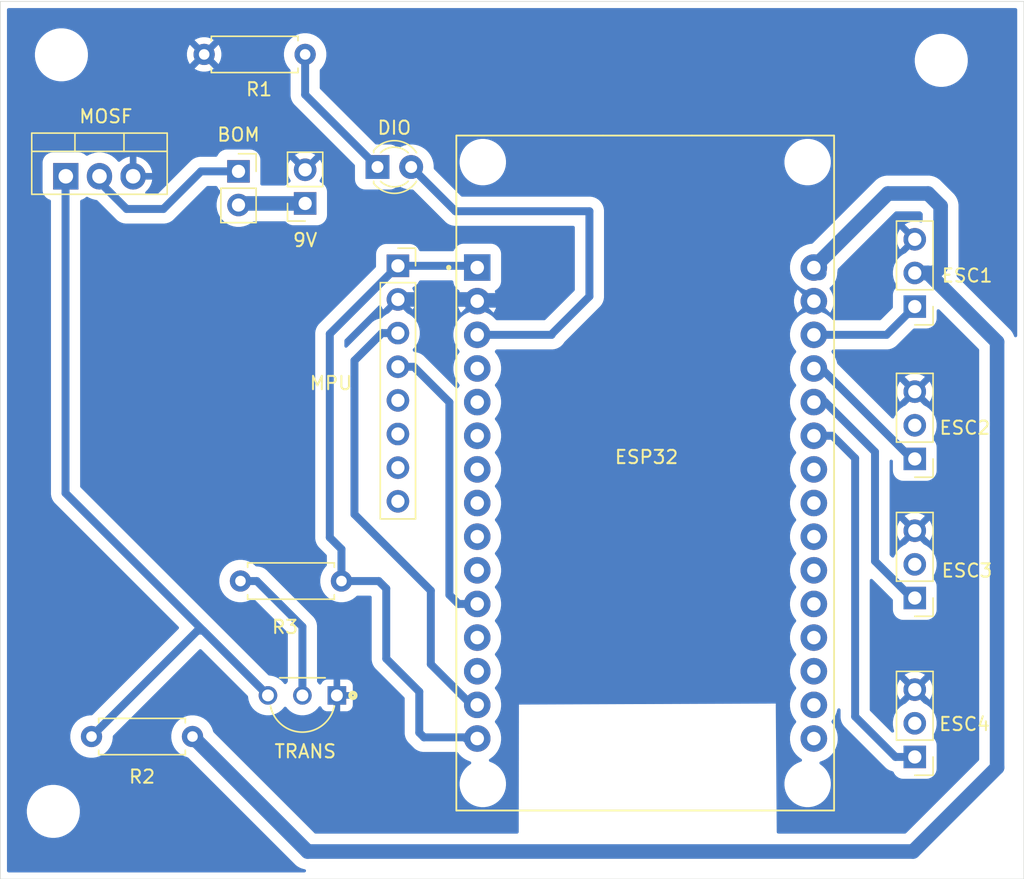
<source format=kicad_pcb>
(kicad_pcb (version 20241229) (generator "pcbnew") (generator_version "9.0")
  (layers (0 "F.Cu" signal) (2 "B.Cu" signal) (13 "F.Paste" user) (15 "B.Paste" user) (5 "F.SilkS" user "F.Silkscreen") (7 "B.SilkS" user "B.Silkscreen") (1 "F.Mask" user) (3 "B.Mask" user) (25 "Edge.Cuts" user))
  (net 0 "")
  (net 1 "Net-(D2-K)")
  (net 2 "Net-(D2-A)")
  (net 3 "Net-(J1-Pin_1)")
  (net 4 "GND")
  (net 5 "Net-(J3-Pin_1)")
  (net 7 "Net-(J4-Pin_1)")
  (net 9 "Net-(J5-Pin_1)")
  (net 12 "Net-(J6-Pin_4)")
  (net 14 "Net-(J6-Pin_3)")
  (net 15 "Net-(J6-Pin_1)")
  (net 18 "Net-(J7-Pin_1)")
  (net 19 "Net-(Q1-G)")
  (net 20 "+5V")
  (net 39 "Net-(Q3-Pad2)")
  (net 40 "+9V")
  (footprint "MountingHole:MountingHole_3.5mm" (layer "F.Cu") (at 158.5 52.95)
    (property "Reference" "REF**" (hide yes))
    (property "Value" "MountingHole_3.5mm" (hide yes))
    (pad "" np_thru_hole circle (at 0 0) (size 3.5 3.5) (drill 3.5) (layers "*.Cu" "*.Mask"))
  )
  (footprint "Connector_PinHeader_2.54mm:PinHeader_1x03_P2.54mm_Vertical" (layer "F.Cu") (at 156.5 93.54 180)
    (property "Reference" "ESC3" (at -3.94 2.07 180) (layer "F.SilkS"))
    (property "Value" "ESC 3")
    (fp_line (start 1.38 1.27) (end 1.38 6.46) (stroke (width 0.12)) (layer "F.SilkS"))
    (fp_line (start -1.38 6.46) (end 1.38 6.46) (stroke (width 0.12)) (layer "F.SilkS"))
    (fp_line (start -1.38 1.27) (end 1.38 1.27) (stroke (width 0.12)) (layer "F.SilkS"))
    (fp_line (start -1.38 1.27) (end -1.38 6.46) (stroke (width 0.12)) (layer "F.SilkS"))
    (fp_line (start -1.38 0) (end -1.38 -1.38) (stroke (width 0.12)) (layer "F.SilkS"))
    (fp_line (start -1.38 -1.38) (end 0 -1.38) (stroke (width 0.12)) (layer "F.SilkS"))
    (pad "1" thru_hole rect (at 0 0 180) (size 1.7 1.7) (drill 1) (layers "*.Cu" "*.Mask") (net 7 "Net-(J4-Pin_1)"))
    (pad "2" thru_hole circle (at 0 2.54 180) (size 1.7 1.7) (drill 1) (layers "*.Cu" "*.Mask"))
    (pad "3" thru_hole circle (at 0 5.08 180) (size 1.7 1.7) (drill 1) (layers "*.Cu" "*.Mask") (net 4 "GND"))
  )
  (footprint "Package_TO_SOT_THT:TO-220-3_Vertical" (layer "F.Cu") (at 92.44 61.7)
    (property "Reference" "MOSF" (at 3.02 -4.52 0) (layer "F.SilkS"))
    (property "Value" "IRLZ44N")
    (fp_line (start -2.57 -3.26) (end 7.65 -3.26) (stroke (width 0.12)) (layer "F.SilkS"))
    (fp_line (start -2.57 -1.88) (end 7.65 -1.88) (stroke (width 0.12)) (layer "F.SilkS"))
    (fp_line (start -2.57 1.36) (end -2.57 -3.26) (stroke (width 0.12)) (layer "F.SilkS"))
    (fp_line (start 0.69 -3.26) (end 0.69 -1.88) (stroke (width 0.12)) (layer "F.SilkS"))
    (fp_line (start 4.39 -3.26) (end 4.39 -1.88) (stroke (width 0.12)) (layer "F.SilkS"))
    (fp_line (start 7.65 -3.26) (end 7.65 1.36) (stroke (width 0.12)) (layer "F.SilkS"))
    (fp_line (start 7.65 1.36) (end -2.57 1.36) (stroke (width 0.12)) (layer "F.SilkS"))
    (pad "1" thru_hole rect (at 0 0) (size 1.905 2) (drill 1.1) (layers "*.Cu" "*.Mask") (net 19 "Net-(Q1-G)"))
    (pad "2" thru_hole oval (at 2.54 0) (size 1.905 2) (drill 1.1) (layers "*.Cu" "*.Mask") (net 18 "Net-(J7-Pin_1)"))
    (pad "3" thru_hole oval (at 5.08 0) (size 1.905 2) (drill 1.1) (layers "*.Cu" "*.Mask") (net 4 "GND"))
  )
  (footprint "Connector_PinHeader_2.54mm:PinHeader_1x03_P2.54mm_Vertical" (layer "F.Cu") (at 156.5 83.04 180)
    (property "Reference" "ESC2" (at -3.78 2.35 0) (layer "F.SilkS"))
    (property "Value" "ESC 2")
    (fp_line (start 1.38 1.27) (end 1.38 6.46) (stroke (width 0.12)) (layer "F.SilkS"))
    (fp_line (start -1.38 6.46) (end 1.38 6.46) (stroke (width 0.12)) (layer "F.SilkS"))
    (fp_line (start -1.38 1.27) (end 1.38 1.27) (stroke (width 0.12)) (layer "F.SilkS"))
    (fp_line (start -1.38 1.27) (end -1.38 6.46) (stroke (width 0.12)) (layer "F.SilkS"))
    (fp_line (start -1.38 0) (end -1.38 -1.38) (stroke (width 0.12)) (layer "F.SilkS"))
    (fp_line (start -1.38 -1.38) (end 0 -1.38) (stroke (width 0.12)) (layer "F.SilkS"))
    (pad "1" thru_hole rect (at 0 0 180) (size 1.7 1.7) (drill 1) (layers "*.Cu" "*.Mask") (net 5 "Net-(J3-Pin_1)"))
    (pad "2" thru_hole circle (at 0 2.54 180) (size 1.7 1.7) (drill 1) (layers "*.Cu" "*.Mask"))
    (pad "3" thru_hole circle (at 0 5.08 180) (size 1.7 1.7) (drill 1) (layers "*.Cu" "*.Mask") (net 4 "GND"))
  )
  (footprint "Resistor_THT:R_Axial_DIN0207_L6.3mm_D2.5mm_P7.62mm_Horizontal" (layer "F.Cu") (at 102 104 180)
    (property "Reference" "R2" (at 3.81 -3.03 0) (layer "F.SilkS"))
    (property "Value" "R_US")
    (fp_line (start 7.08 1.37) (end 7.08 1.04) (stroke (width 0.12)) (layer "F.SilkS"))
    (fp_line (start 7.08 -1.37) (end 7.08 -1.04) (stroke (width 0.12)) (layer "F.SilkS"))
    (fp_line (start 0.54 1.37) (end 7.08 1.37) (stroke (width 0.12)) (layer "F.SilkS"))
    (fp_line (start 0.54 1.04) (end 0.54 1.37) (stroke (width 0.12)) (layer "F.SilkS"))
    (fp_line (start 0.54 -1.04) (end 0.54 -1.37) (stroke (width 0.12)) (layer "F.SilkS"))
    (fp_line (start 0.54 -1.37) (end 7.08 -1.37) (stroke (width 0.12)) (layer "F.SilkS"))
    (pad "1" thru_hole circle (at 0 0 180) (size 1.6 1.6) (drill 0.8) (layers "*.Cu" "*.Mask") (net 20 "+5V"))
    (pad "2" thru_hole circle (at 7.62 0 180) (size 1.6 1.6) (drill 0.8) (layers "*.Cu" "*.Mask") (net 19 "Net-(Q1-G)"))
  )
  (footprint "Resistor_THT:R_Axial_DIN0207_L6.3mm_D2.5mm_P7.62mm_Horizontal" (layer "F.Cu") (at 102.88 52.5)
    (property "Reference" "R1" (at 4.14 2.64 0) (layer "F.SilkS"))
    (property "Value" "R_US")
    (fp_line (start 0.54 -1.37) (end 7.08 -1.37) (stroke (width 0.12)) (layer "F.SilkS"))
    (fp_line (start 0.54 -1.04) (end 0.54 -1.37) (stroke (width 0.12)) (layer "F.SilkS"))
    (fp_line (start 0.54 1.04) (end 0.54 1.37) (stroke (width 0.12)) (layer "F.SilkS"))
    (fp_line (start 0.54 1.37) (end 7.08 1.37) (stroke (width 0.12)) (layer "F.SilkS"))
    (fp_line (start 7.08 -1.37) (end 7.08 -1.04) (stroke (width 0.12)) (layer "F.SilkS"))
    (fp_line (start 7.08 1.37) (end 7.08 1.04) (stroke (width 0.12)) (layer "F.SilkS"))
    (pad "1" thru_hole circle (at 0 0) (size 1.6 1.6) (drill 0.8) (layers "*.Cu" "*.Mask") (net 4 "GND"))
    (pad "2" thru_hole circle (at 7.62 0) (size 1.6 1.6) (drill 0.8) (layers "*.Cu" "*.Mask") (net 1 "Net-(D2-K)"))
  )
  (footprint "LP395z:TO-92" (layer "F.Cu") (at 110.2945 100.8945 180)
    (property "Reference" "TRANS" (at -0.2175 -4.2255 0) (layer "F.SilkS") (effects (font (size 1.001126 1.001126))))
    (property "Value" "LP395Z_NOPB")
    (fp_line (start 1.715 1.33) (end -1.715 1.33) (stroke (width 0.127)) (layer "F.SilkS"))
    (fp_arc (start -2.4125 -0.8) (mid 0 -2.771095) (end 2.4125 -0.799999) (stroke (width 0.127)) (layer "F.SilkS"))
    (fp_circle (center -3.81 0) (end -3.76 0) (stroke (width 0.3)) (fill no) (layer "F.SilkS"))
    (pad "1" thru_hole rect (at -2.6 0 180) (size 1.4 1.4) (drill 0.9) (layers "*.Cu" "*.Mask") (net 4 "GND"))
    (pad "2" thru_hole circle (at 0 0 180) (size 1.4 1.4) (drill 0.9) (layers "*.Cu" "*.Mask") (net 39 "Net-(Q3-Pad2)"))
    (pad "3" thru_hole circle (at 2.6 0 180) (size 1.4 1.4) (drill 0.9) (layers "*.Cu" "*.Mask") (net 19 "Net-(Q1-G)"))
  )
  (footprint "ESP32-DEVKIT-V1:MODULE_ESP32_DEVKIT_V1" (layer "F.Cu") (at 136.185 84.105)
    (property "Reference" "ESP32" (at 0.075 -1.205 0) (layer "F.SilkS"))
    (property "Value" "ESP32-DEVKIT-V1")
    (fp_line (start -14.28 -25.475) (end -3.211 -25.475) (stroke (width 0.127)) (layer "F.SilkS"))
    (fp_line (start -14.28 -25.475) (end 14.23 -25.475) (stroke (width 0.127)) (layer "F.SilkS"))
    (fp_line (start -14.28 25.475) (end -14.28 -25.475) (stroke (width 0.127)) (layer "F.SilkS"))
    (fp_line (start -14.28 25.475) (end -14.28 -25.475) (stroke (width 0.127)) (layer "F.SilkS"))
    (fp_line (start -14.28 25.475) (end -8.91 25.475) (stroke (width 0.127)) (layer "F.SilkS"))
    (fp_line (start -8.91 25.475) (end 8.78 25.475) (stroke (width 0.127)) (layer "F.SilkS"))
    (fp_line (start -3.211 -25.475) (end 3.5 -25.475) (stroke (width 0.127)) (layer "F.SilkS"))
    (fp_line (start 3.5 -25.475) (end 14.23 -25.475) (stroke (width 0.127)) (layer "F.SilkS"))
    (fp_line (start 8.78 25.475) (end 14.23 25.475) (stroke (width 0.127)) (layer "F.SilkS"))
    (fp_line (start 14.23 -25.475) (end 14.23 25.475) (stroke (width 0.127)) (layer "F.SilkS"))
    (fp_line (start 14.23 -25.475) (end 14.23 25.475) (stroke (width 0.127)) (layer "F.SilkS"))
    (fp_line (start 14.23 25.475) (end -14.28 25.475) (stroke (width 0.127)) (layer "F.SilkS"))
    (fp_circle (center -14.85 -15.515) (end -14.75 -15.515) (stroke (width 0.2)) (fill no) (layer "F.SilkS"))
    (pad "" np_thru_hole circle (at -12.28 -23.475) (size 3 3) (drill 3) (layers "*.Cu" "*.Mask"))
    (pad "" np_thru_hole circle (at -12.28 23.475) (size 3 3) (drill 3) (layers "*.Cu" "*.Mask"))
    (pad "" np_thru_hole circle (at 12.23 -23.475) (size 3 3) (drill 3) (layers "*.Cu" "*.Mask"))
    (pad "" np_thru_hole circle (at 12.23 23.475) (size 3 3) (drill 3) (layers "*.Cu" "*.Mask"))
    (pad "1" thru_hole rect (at -12.7 -15.515) (size 2 2) (drill 1.02) (layers "*.Cu" "*.Mask") (net 15 "Net-(J6-Pin_1)"))
    (pad "2" thru_hole circle (at -12.7 -12.975) (size 2 2) (drill 1.02) (layers "*.Cu" "*.Mask") (net 4 "GND"))
    (pad "3" thru_hole circle (at -12.7 -10.435) (size 2 2) (drill 1.02) (layers "*.Cu" "*.Mask") (net 2 "Net-(D2-A)"))
    (pad "4" thru_hole circle (at -12.7 -7.895) (size 2 2) (drill 1.02) (layers "*.Cu" "*.Mask"))
    (pad "5" thru_hole circle (at -12.7 -5.355) (size 2 2) (drill 1.02) (layers "*.Cu" "*.Mask"))
    (pad "6" thru_hole circle (at -12.7 -2.815) (size 2 2) (drill 1.02) (layers "*.Cu" "*.Mask"))
    (pad "7" thru_hole circle (at -12.7 -0.275) (size 2 2) (drill 1.02) (layers "*.Cu" "*.Mask"))
    (pad "8" thru_hole circle (at -12.7 2.265) (size 2 2) (drill 1.02) (layers "*.Cu" "*.Mask"))
    (pad "9" thru_hole circle (at -12.7 4.805) (size 2 2) (drill 1.02) (layers "*.Cu" "*.Mask"))
    (pad "10" thru_hole circle (at -12.7 7.345) (size 2 2) (drill 1.02) (layers "*.Cu" "*.Mask"))
    (pad "11" thru_hole circle (at -12.7 9.885) (size 2 2) (drill 1.02) (layers "*.Cu" "*.Mask") (net 12 "Net-(J6-Pin_4)"))
    (pad "12" thru_hole circle (at -12.7 12.425) (size 2 2) (drill 1.02) (layers "*.Cu" "*.Mask"))
    (pad "13" thru_hole circle (at -12.7 14.965) (size 2 2) (drill 1.02) (layers "*.Cu" "*.Mask"))
    (pad "14" thru_hole circle (at -12.7 17.505) (size 2 2) (drill 1.02) (layers "*.Cu" "*.Mask") (net 14 "Net-(J6-Pin_3)"))
    (pad "15" thru_hole circle (at -12.7 20.045) (size 2 2) (drill 1.02) (layers "*.Cu" "*.Mask") (net 15 "Net-(J6-Pin_1)"))
    (pad "16" thru_hole circle (at 12.7 20.045) (size 2 2) (drill 1.02) (layers "*.Cu" "*.Mask"))
    (pad "17" thru_hole circle (at 12.7 17.505) (size 2 2) (drill 1.02) (layers "*.Cu" "*.Mask"))
    (pad "18" thru_hole circle (at 12.7 14.965) (size 2 2) (drill 1.02) (layers "*.Cu" "*.Mask"))
    (pad "19" thru_hole circle (at 12.7 12.425) (size 2 2) (drill 1.02) (layers "*.Cu" "*.Mask"))
    (pad "20" thru_hole circle (at 12.7 9.885) (size 2 2) (drill 1.02) (layers "*.Cu" "*.Mask"))
    (pad "21" thru_hole circle (at 12.7 7.345) (size 2 2) (drill 1.02) (layers "*.Cu" "*.Mask"))
    (pad "22" thru_hole circle (at 12.7 4.805) (size 2 2) (drill 1.02) (layers "*.Cu" "*.Mask"))
    (pad "23" thru_hole circle (at 12.7 2.265) (size 2 2) (drill 1.02) (layers "*.Cu" "*.Mask"))
    (pad "24" thru_hole circle (at 12.7 -0.275) (size 2 2) (drill 1.02) (layers "*.Cu" "*.Mask"))
    (pad "25" thru_hole circle (at 12.7 -2.815) (size 2 2) (drill 1.02) (layers "*.Cu" "*.Mask") (net 9 "Net-(J5-Pin_1)"))
    (pad "26" thru_hole circle (at 12.7 -5.355) (size 2 2) (drill 1.02) (layers "*.Cu" "*.Mask") (net 7 "Net-(J4-Pin_1)"))
    (pad "27" thru_hole circle (at 12.7 -7.895) (size 2 2) (drill 1.02) (layers "*.Cu" "*.Mask") (net 5 "Net-(J3-Pin_1)"))
    (pad "28" thru_hole circle (at 12.7 -10.435) (size 2 2) (drill 1.02) (layers "*.Cu" "*.Mask") (net 3 "Net-(J1-Pin_1)"))
    (pad "29" thru_hole circle (at 12.7 -12.975) (size 2 2) (drill 1.02) (layers "*.Cu" "*.Mask") (net 4 "GND"))
    (pad "30" thru_hole circle (at 12.7 -15.515) (size 2 2) (drill 1.02) (layers "*.Cu" "*.Mask") (net 20 "+5V"))
    (zone (net 0) (net_name "") (layer "B.Cu") (connect_pads (clearance 0)) (min_thickness 0.01)
      (keepout (tracks not_allowed) (vias not_allowed) (pads not_allowed) (copperpour not_allowed) (footprints allowed))
      (fill (thermal_gap 0.508) (thermal_bridge_width 0.508))
      (polygon (pts (xy 127.275 103.09) (xy 144.965 103.09) (xy 144.965 109.58) (xy 127.275 109.58)))
    )
  )
  (footprint "MountingHole:MountingHole_3.5mm" (layer "F.Cu") (at 92.11 52.53)
    (property "Reference" "REF**" (hide yes))
    (property "Value" "MountingHole_3.5mm" (hide yes))
    (pad "" np_thru_hole circle (at 0 0) (size 3.5 3.5) (drill 3.5) (layers "*.Cu" "*.Mask"))
  )
  (footprint "LED_THT:LED_D3.0mm_IRGrey" (layer "F.Cu") (at 115.96 61)
    (property "Reference" "DIO" (at 1.27 -2.96 0) (layer "F.SilkS"))
    (property "Value" "LED")
    (fp_line (start -0.29 -1.236) (end -0.29 -1.08) (stroke (width 0.12)) (layer "F.SilkS"))
    (fp_line (start -0.29 1.08) (end -0.29 1.236) (stroke (width 0.12)) (layer "F.SilkS"))
    (fp_arc (start -0.29 -1.235516) (mid 1.36566 -1.987699) (end 2.941437 -1.08) (stroke (width 0.12)) (layer "F.SilkS"))
    (fp_arc (start 0.229039 -1.08) (mid 1.27 -1.5) (end 2.310961 -1.08) (stroke (width 0.12)) (layer "F.SilkS"))
    (fp_arc (start 2.310961 1.08) (mid 1.27 1.5) (end 0.229039 1.08) (stroke (width 0.12)) (layer "F.SilkS"))
    (fp_arc (start 2.941437 1.08) (mid 1.36566 1.987699) (end -0.29 1.235516) (stroke (width 0.12)) (layer "F.SilkS"))
    (pad "1" thru_hole rect (at 0 0) (size 1.8 1.8) (drill 0.9) (layers "*.Cu" "*.Mask") (net 1 "Net-(D2-K)"))
    (pad "2" thru_hole circle (at 2.54 0) (size 1.8 1.8) (drill 0.9) (layers "*.Cu" "*.Mask") (net 2 "Net-(D2-A)"))
  )
  (footprint "MountingHole:MountingHole_3.5mm" (layer "F.Cu") (at 91.5 109.65)
    (property "Reference" "REF**" (hide yes))
    (property "Value" "MountingHole_3.5mm" (hide yes))
    (pad "" np_thru_hole circle (at 0 0) (size 3.5 3.5) (drill 3.5) (layers "*.Cu" "*.Mask"))
  )
  (footprint "Resistor_THT:R_Axial_DIN0207_L6.3mm_D2.5mm_P7.62mm_Horizontal" (layer "F.Cu") (at 113.24 92.26 180)
    (property "Reference" "R3" (at 4.26 -3.47 0) (layer "F.SilkS"))
    (property "Value" "R_US")
    (fp_line (start 7.08 1.37) (end 7.08 1.04) (stroke (width 0.12)) (layer "F.SilkS"))
    (fp_line (start 7.08 -1.37) (end 7.08 -1.04) (stroke (width 0.12)) (layer "F.SilkS"))
    (fp_line (start 0.54 1.37) (end 7.08 1.37) (stroke (width 0.12)) (layer "F.SilkS"))
    (fp_line (start 0.54 1.04) (end 0.54 1.37) (stroke (width 0.12)) (layer "F.SilkS"))
    (fp_line (start 0.54 -1.04) (end 0.54 -1.37) (stroke (width 0.12)) (layer "F.SilkS"))
    (fp_line (start 0.54 -1.37) (end 7.08 -1.37) (stroke (width 0.12)) (layer "F.SilkS"))
    (pad "1" thru_hole circle (at 0 0 180) (size 1.6 1.6) (drill 0.8) (layers "*.Cu" "*.Mask") (net 15 "Net-(J6-Pin_1)"))
    (pad "2" thru_hole circle (at 7.62 0 180) (size 1.6 1.6) (drill 0.8) (layers "*.Cu" "*.Mask") (net 39 "Net-(Q3-Pad2)"))
  )
  (footprint "Connector_PinSocket_2.54mm:PinSocket_1x02_P2.54mm_Vertical" (layer "F.Cu") (at 110.5 63.75 180)
    (property "Reference" "9V" (at 0 -2.77 180) (layer "F.SilkS"))
    (property "Value" "Bateria 9V")
    (fp_line (start 1.33 1.27) (end 1.33 3.87) (stroke (width 0.12)) (layer "F.SilkS"))
    (fp_line (start 1.33 -1.33) (end 1.33 0) (stroke (width 0.12)) (layer "F.SilkS"))
    (fp_line (start 0 -1.33) (end 1.33 -1.33) (stroke (width 0.12)) (layer "F.SilkS"))
    (fp_line (start -1.33 3.87) (end 1.33 3.87) (stroke (width 0.12)) (layer "F.SilkS"))
    (fp_line (start -1.33 1.27) (end 1.33 1.27) (stroke (width 0.12)) (layer "F.SilkS"))
    (fp_line (start -1.33 1.27) (end -1.33 3.87) (stroke (width 0.12)) (layer "F.SilkS"))
    (pad "1" thru_hole rect (at 0 0 180) (size 1.7 1.7) (drill 1) (layers "*.Cu" "*.Mask") (net 40 "+9V"))
    (pad "2" thru_hole circle (at 0 2.54 180) (size 1.7 1.7) (drill 1) (layers "*.Cu" "*.Mask") (net 4 "GND"))
  )
  (footprint "Connector_PinSocket_2.54mm:PinSocket_1x08_P2.54mm_Vertical" (layer "F.Cu") (at 117.5 68.46)
    (property "Reference" "MPU" (at -5.05 8.86 0) (layer "F.SilkS"))
    (property "Value" "MPU-6050")
    (fp_line (start -1.33 1.27) (end -1.33 19.11) (stroke (width 0.12)) (layer "F.SilkS"))
    (fp_line (start -1.33 1.27) (end 1.33 1.27) (stroke (width 0.12)) (layer "F.SilkS"))
    (fp_line (start -1.33 19.11) (end 1.33 19.11) (stroke (width 0.12)) (layer "F.SilkS"))
    (fp_line (start 0 -1.33) (end 1.33 -1.33) (stroke (width 0.12)) (layer "F.SilkS"))
    (fp_line (start 1.33 -1.33) (end 1.33 0) (stroke (width 0.12)) (layer "F.SilkS"))
    (fp_line (start 1.33 1.27) (end 1.33 19.11) (stroke (width 0.12)) (layer "F.SilkS"))
    (pad "1" thru_hole rect (at 0 0) (size 1.7 1.7) (drill 1) (layers "*.Cu" "*.Mask") (net 15 "Net-(J6-Pin_1)"))
    (pad "2" thru_hole circle (at 0 2.54) (size 1.7 1.7) (drill 1) (layers "*.Cu" "*.Mask") (net 4 "GND"))
    (pad "3" thru_hole circle (at 0 5.08) (size 1.7 1.7) (drill 1) (layers "*.Cu" "*.Mask") (net 14 "Net-(J6-Pin_3)"))
    (pad "4" thru_hole circle (at 0 7.62) (size 1.7 1.7) (drill 1) (layers "*.Cu" "*.Mask") (net 12 "Net-(J6-Pin_4)"))
    (pad "5" thru_hole circle (at 0 10.16) (size 1.7 1.7) (drill 1) (layers "*.Cu" "*.Mask"))
    (pad "6" thru_hole circle (at 0 12.7) (size 1.7 1.7) (drill 1) (layers "*.Cu" "*.Mask"))
    (pad "7" thru_hole circle (at 0 15.24) (size 1.7 1.7) (drill 1) (layers "*.Cu" "*.Mask"))
    (pad "8" thru_hole circle (at 0 17.78) (size 1.7 1.7) (drill 1) (layers "*.Cu" "*.Mask"))
  )
  (footprint "Connector_PinSocket_2.54mm:PinSocket_1x02_P2.54mm_Vertical" (layer "F.Cu") (at 105.47 61.33)
    (property "Reference" "BOM" (at 0 -2.77 0) (layer "F.SilkS"))
    (property "Value" "Mini bomba")
    (fp_line (start -1.33 1.27) (end -1.33 3.87) (stroke (width 0.12)) (layer "F.SilkS"))
    (fp_line (start -1.33 1.27) (end 1.33 1.27) (stroke (width 0.12)) (layer "F.SilkS"))
    (fp_line (start -1.33 3.87) (end 1.33 3.87) (stroke (width 0.12)) (layer "F.SilkS"))
    (fp_line (start 0 -1.33) (end 1.33 -1.33) (stroke (width 0.12)) (layer "F.SilkS"))
    (fp_line (start 1.33 -1.33) (end 1.33 0) (stroke (width 0.12)) (layer "F.SilkS"))
    (fp_line (start 1.33 1.27) (end 1.33 3.87) (stroke (width 0.12)) (layer "F.SilkS"))
    (pad "1" thru_hole rect (at 0 0) (size 1.7 1.7) (drill 1) (layers "*.Cu" "*.Mask") (net 18 "Net-(J7-Pin_1)"))
    (pad "2" thru_hole circle (at 0 2.54) (size 1.7 1.7) (drill 1) (layers "*.Cu" "*.Mask") (net 40 "+9V"))
  )
  (footprint "Connector_PinHeader_2.54mm:PinHeader_1x03_P2.54mm_Vertical" (layer "F.Cu") (at 156.5 105.54 180)
    (property "Reference" "ESC4" (at -3.75 2.48 0) (layer "F.SilkS"))
    (property "Value" "ESC 4")
    (fp_line (start 1.38 1.27) (end 1.38 6.46) (stroke (width 0.12)) (layer "F.SilkS"))
    (fp_line (start -1.38 6.46) (end 1.38 6.46) (stroke (width 0.12)) (layer "F.SilkS"))
    (fp_line (start -1.38 1.27) (end 1.38 1.27) (stroke (width 0.12)) (layer "F.SilkS"))
    (fp_line (start -1.38 1.27) (end -1.38 6.46) (stroke (width 0.12)) (layer "F.SilkS"))
    (fp_line (start -1.38 0) (end -1.38 -1.38) (stroke (width 0.12)) (layer "F.SilkS"))
    (fp_line (start -1.38 -1.38) (end 0 -1.38) (stroke (width 0.12)) (layer "F.SilkS"))
    (pad "1" thru_hole rect (at 0 0 180) (size 1.7 1.7) (drill 1) (layers "*.Cu" "*.Mask") (net 9 "Net-(J5-Pin_1)"))
    (pad "2" thru_hole circle (at 0 2.54 180) (size 1.7 1.7) (drill 1) (layers "*.Cu" "*.Mask"))
    (pad "3" thru_hole circle (at 0 5.08 180) (size 1.7 1.7) (drill 1) (layers "*.Cu" "*.Mask") (net 4 "GND"))
  )
  (footprint "Connector_PinHeader_2.54mm:PinHeader_1x03_P2.54mm_Vertical" (layer "F.Cu") (at 156.5 71.54 180)
    (property "Reference" "ESC1" (at -3.95 2.34 0) (layer "F.SilkS"))
    (property "Value" "ESC 1")
    (fp_line (start 1.38 1.27) (end 1.38 6.46) (stroke (width 0.12)) (layer "F.SilkS"))
    (fp_line (start -1.38 6.46) (end 1.38 6.46) (stroke (width 0.12)) (layer "F.SilkS"))
    (fp_line (start -1.38 1.27) (end 1.38 1.27) (stroke (width 0.12)) (layer "F.SilkS"))
    (fp_line (start -1.38 1.27) (end -1.38 6.46) (stroke (width 0.12)) (layer "F.SilkS"))
    (fp_line (start -1.38 0) (end -1.38 -1.38) (stroke (width 0.12)) (layer "F.SilkS"))
    (fp_line (start -1.38 -1.38) (end 0 -1.38) (stroke (width 0.12)) (layer "F.SilkS"))
    (pad "1" thru_hole rect (at 0 0 180) (size 1.7 1.7) (drill 1) (layers "*.Cu" "*.Mask") (net 3 "Net-(J1-Pin_1)"))
    (pad "2" thru_hole circle (at 0 2.54 180) (size 1.7 1.7) (drill 1) (layers "*.Cu" "*.Mask") (net 20 "+5V"))
    (pad "3" thru_hole circle (at 0 5.08 180) (size 1.7 1.7) (drill 1) (layers "*.Cu" "*.Mask") (net 4 "GND"))
  )
  (gr_rect (start 87.5 48.5) (end 164.73 114.76) (stroke (width 0.05)) (fill no) (layer "Edge.Cuts"))
  (segment (start 110.5 52.5) (end 110.5 55.54) (width 0.6) (layer "B.Cu") (net 1))
  (segment (start 110.5 55.54) (end 115.96 61) (width 0.6) (layer "B.Cu") (net 1))
  (segment (start 131.95 70.77) (end 129.075 73.645) (width 0.6) (layer "B.Cu") (net 2))
  (segment (start 118.5 61) (end 121.84 64.34) (width 0.6) (layer "B.Cu") (net 2))
  (segment (start 129.075 73.645) (end 129.1 73.67) (width 0.6) (layer "B.Cu") (net 2))
  (segment (start 129.1 73.67) (end 123.485 73.67) (width 0.6) (layer "B.Cu") (net 2))
  (segment (start 123.485 73.67) (end 123.76 73.67) (width 0.6) (layer "B.Cu") (net 2))
  (segment (start 121.84 64.34) (end 131.95 64.34) (width 0.6) (layer "B.Cu") (net 2))
  (segment (start 131.95 64.34) (end 131.95 70.77) (width 0.6) (layer "B.Cu") (net 2))
  (segment (start 154.37 73.67) (end 156.5 71.54) (width 0.6) (layer "B.Cu") (net 3))
  (segment (start 148.885 73.67) (end 154.37 73.67) (width 0.6) (layer "B.Cu") (net 3))
  (segment (start 97.52 61.7) (end 97.5 61.68) (width 1.1) (layer "B.Cu") (net 4))
  (segment (start 123.355 71) (end 123.485 71.13) (width 1.1) (layer "B.Cu") (net 4))
  (segment (start 156.719131 88.46) (end 156.5 88.46) (width 1.1) (layer "B.Cu") (net 4))
  (segment (start 123.485 71.13) (end 123.545 71.07) (width 1.1) (layer "B.Cu") (net 4))
  (segment (start 117.5 71) (end 123.355 71) (width 1.1) (layer "B.Cu") (net 4))
  (segment (start 148.885 71.13) (end 148.453737 71.13) (width 1.1) (layer "B.Cu") (net 4))
  (segment (start 123.545 71.07) (end 127.76 71.07) (width 1.1) (layer "B.Cu") (net 4))
  (segment (start 156.280869 83.04) (end 156.5 83.04) (width 0.6) (layer "B.Cu") (net 5))
  (segment (start 148.885 76.21) (end 149.450869 76.21) (width 0.6) (layer "B.Cu") (net 5))
  (segment (start 156.21 83.33) (end 156.5 83.04) (width 0.6) (layer "B.Cu") (net 5))
  (segment (start 149.450869 76.21) (end 156.280869 83.04) (width 0.6) (layer "B.Cu") (net 5))
  (segment (start 148.885 78.75) (end 149.740526 78.75) (width 0.6) (layer "B.Cu") (net 7))
  (segment (start 153.5 90.759131) (end 156.280869 93.54) (width 0.6) (layer "B.Cu") (net 7))
  (segment (start 156.280869 93.54) (end 156.5 93.54) (width 0.6) (layer "B.Cu") (net 7))
  (segment (start 153.5 82.509474) (end 153.5 90.759131) (width 0.6) (layer "B.Cu") (net 7))
  (segment (start 149.740526 78.75) (end 153.5 82.509474) (width 0.6) (layer "B.Cu") (net 7))
  (segment (start 152 102.49) (end 155.05 105.54) (width 0.6) (layer "B.Cu") (net 9))
  (segment (start 148.885 81.29) (end 150.299213 81.29) (width 0.6) (layer "B.Cu") (net 9))
  (segment (start 152 82.990787) (end 152 102.49) (width 0.6) (layer "B.Cu") (net 9))
  (segment (start 150.299213 81.29) (end 152 82.990787) (width 0.6) (layer "B.Cu") (net 9))
  (segment (start 155.05 105.54) (end 156.5 105.54) (width 0.6) (layer "B.Cu") (net 9))
  (segment (start 122.070787 93.99) (end 123.485 93.99) (width 0.6) (layer "B.Cu") (net 12))
  (segment (start 121.384 93.303213) (end 122.070787 93.99) (width 0.6) (layer "B.Cu") (net 12))
  (segment (start 121.384 78.761919) (end 121.384 93.303213) (width 0.6) (layer "B.Cu") (net 12))
  (segment (start 118.702081 76.08) (end 121.384 78.761919) (width 0.6) (layer "B.Cu") (net 12))
  (segment (start 117.5 76.08) (end 118.702081 76.08) (width 0.6) (layer "B.Cu") (net 12))
  (segment (start 114.22 75.617919) (end 114.22 87.22) (width 0.6) (layer "B.Cu") (net 14))
  (segment (start 114.22 87.22) (end 119.983 92.983) (width 0.6) (layer "B.Cu") (net 14))
  (segment (start 119.983 98.539263) (end 123.053737 101.61) (width 0.6) (layer "B.Cu") (net 14))
  (segment (start 116.297919 73.54) (end 114.22 75.617919) (width 0.6) (layer "B.Cu") (net 14))
  (segment (start 123.053737 101.61) (end 123.485 101.61) (width 0.6) (layer "B.Cu") (net 14))
  (segment (start 119.983 92.983) (end 119.983 98.539263) (width 0.6) (layer "B.Cu") (net 14))
  (segment (start 117.5 73.54) (end 116.297919 73.54) (width 0.6) (layer "B.Cu") (net 14))
  (segment (start 117.5 68.46) (end 112.36 73.6) (width 0.6) (layer "B.Cu") (net 15))
  (segment (start 119.112 100.612) (end 116.62 98.12) (width 0.6) (layer "B.Cu") (net 15))
  (segment (start 117.5 68.46) (end 123.355 68.46) (width 0.6) (layer "B.Cu") (net 15))
  (segment (start 112.36 73.6) (end 112.36 88.97) (width 0.6) (layer "B.Cu") (net 15))
  (segment (start 123.65 104.15) (end 124 104.5) (width 0.6) (layer "B.Cu") (net 15))
  (segment (start 113.24 89.85) (end 113.24 92.26) (width 0.6) (layer "B.Cu") (net 15))
  (segment (start 123.485 104.15) (end 123.395527 104.060527) (width 0.6) (layer "B.Cu") (net 15))
  (segment (start 123.395527 104.060527) (end 119.466289 104.060527) (width 0.6) (layer "B.Cu") (net 15))
  (segment (start 123.485 104.15) (end 122.631314 104.15) (width 0.6) (layer "B.Cu") (net 15))
  (segment (start 112.36 88.97) (end 113.24 89.85) (width 0.6) (layer "B.Cu") (net 15))
  (segment (start 116.62 92.82842) (end 116.05158 92.26) (width 0.6) (layer "B.Cu") (net 15))
  (segment (start 119.112 103.706238) (end 119.112 100.612) (width 0.6) (layer "B.Cu") (net 15))
  (segment (start 116.05158 92.26) (end 113.24 92.26) (width 0.6) (layer "B.Cu") (net 15))
  (segment (start 123.355 68.46) (end 123.485 68.59) (width 0.6) (layer "B.Cu") (net 15))
  (segment (start 119.466289 104.060527) (end 119.112 103.706238) (width 0.6) (layer "B.Cu") (net 15))
  (segment (start 116.62 98.12) (end 116.62 92.82842) (width 0.6) (layer "B.Cu") (net 15))
  (segment (start 94.96 62.1) (end 97.03 64.17) (width 0.6) (layer "B.Cu") (net 18))
  (segment (start 102.64 61.33) (end 105.47 61.33) (width 0.6) (layer "B.Cu") (net 18))
  (segment (start 99.8 64.17) (end 102.64 61.33) (width 0.6) (layer "B.Cu") (net 18))
  (segment (start 97.03 64.17) (end 99.8 64.17) (width 0.6) (layer "B.Cu") (net 18))
  (segment (start 102.38 96) (end 94.38 104) (width 0.6) (layer "B.Cu") (net 19))
  (segment (start 107.6945 100.8945) (end 92.42 85.62) (width 0.6) (layer "B.Cu") (net 19))
  (segment (start 92.42 85.62) (end 92.42 61.72) (width 0.6) (layer "B.Cu") (net 19))
  (segment (start 102.8 96) (end 102.38 96) (width 0.6) (layer "B.Cu") (net 19))
  (segment (start 107.6945 100.8945) (end 102.8 96) (width 0.6) (layer "B.Cu") (net 19))
  (segment (start 92.42 61.72) (end 92.44 61.7) (width 0.6) (layer "B.Cu") (net 19))
  (segment (start 157.5 63) (end 158.451 63.951) (width 1.1) (layer "B.Cu") (net 20))
  (segment (start 154.475 63) (end 157.5 63) (width 1.1) (layer "B.Cu") (net 20))
  (segment (start 148.885 68.59) (end 154.475 63) (width 1.1) (layer "B.Cu") (net 20))
  (segment (start 162.71 106.34) (end 162.71 74.21) (width 1.1) (layer "B.Cu") (net 20))
  (segment (start 158.451 63.951) (end 158.451 68.549) (width 1.1) (layer "B.Cu") (net 20))
  (segment (start 158.451 68.549) (end 158 69) (width 1.1) (layer "B.Cu") (net 20))
  (segment (start 162.71 74.21) (end 157.5 69) (width 1.1) (layer "B.Cu") (net 20))
  (segment (start 110.68 112.68) (end 156.37 112.68) (width 1.1) (layer "B.Cu") (net 20))
  (segment (start 102 104) (end 110.68 112.68) (width 1.1) (layer "B.Cu") (net 20))
  (segment (start 158 69) (end 156.5 69) (width 1.1) (layer "B.Cu") (net 20))
  (segment (start 148.885 68.59) (end 149.295 69) (width 1.1) (layer "B.Cu") (net 20))
  (segment (start 157.5 69) (end 156.5 69) (width 1.1) (layer "B.Cu") (net 20))
  (segment (start 156.37 112.68) (end 162.71 106.34) (width 1.1) (layer "B.Cu") (net 20))
  (segment (start 110.2945 95.7055) (end 106.849 92.26) (width 0.6) (layer "B.Cu") (net 39))
  (segment (start 110.2945 100.8945) (end 110.2945 95.7055) (width 0.6) (layer "B.Cu") (net 39))
  (segment (start 106.849 92.26) (end 105.62 92.26) (width 0.6) (layer "B.Cu") (net 39))
  (segment (start 110.5 63.75) (end 105.59 63.75) (width 1.1) (layer "B.Cu") (net 40))
  (segment (start 105.59 63.75) (end 105.47 63.63) (width 1.1) (layer "B.Cu") (net 40))
  (zone (net 4) (net_name "GND") (layer "B.Cu") (connect_pads (clearance 0.8)) (min_thickness 0.25) (fill yes (thermal_gap 0.5) (thermal_bridge_width 0.5))
    (polygon (pts (xy 87.55 48.54) (xy 87.48 114.78) (xy 127 114.71) (xy 126.61 114.73) (xy 126.631312 101.585143) (xy 146.01 101.51) (xy 146.11 114.69) (xy 146.11 114.76) (xy 164.7 114.76) (xy 164.7 48.51) (xy 87.56 48.54)))
  )
)
</source>
